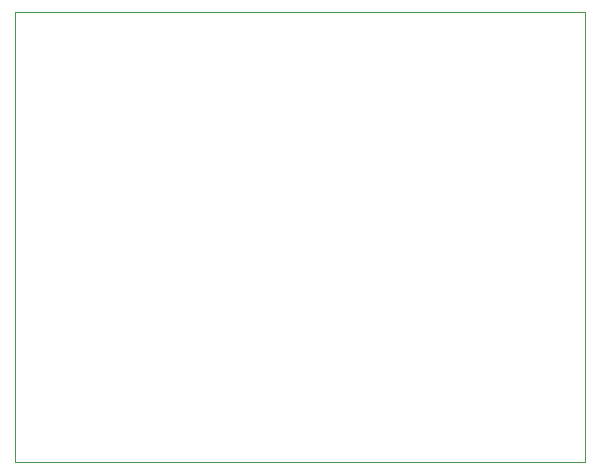
<source format=gbr>
%TF.GenerationSoftware,KiCad,Pcbnew,5.1.9-73d0e3b20d~88~ubuntu20.04.1*%
%TF.CreationDate,2021-01-27T17:21:39-06:00*%
%TF.ProjectId,ProtoPCBs,50726f74-6f50-4434-9273-2e6b69636164,rev?*%
%TF.SameCoordinates,Original*%
%TF.FileFunction,Profile,NP*%
%FSLAX46Y46*%
G04 Gerber Fmt 4.6, Leading zero omitted, Abs format (unit mm)*
G04 Created by KiCad (PCBNEW 5.1.9-73d0e3b20d~88~ubuntu20.04.1) date 2021-01-27 17:21:39*
%MOMM*%
%LPD*%
G01*
G04 APERTURE LIST*
%TA.AperFunction,Profile*%
%ADD10C,0.050000*%
%TD*%
%TA.AperFunction,Profile*%
%ADD11C,0.100000*%
%TD*%
G04 APERTURE END LIST*
D10*
X187960000Y-99060000D02*
X236220000Y-99060000D01*
X187960000Y-60960000D02*
X236220000Y-60960000D01*
X187960000Y-60960000D02*
X187960000Y-99060000D01*
D11*
X236220000Y-60960000D02*
X236220000Y-99060000D01*
M02*

</source>
